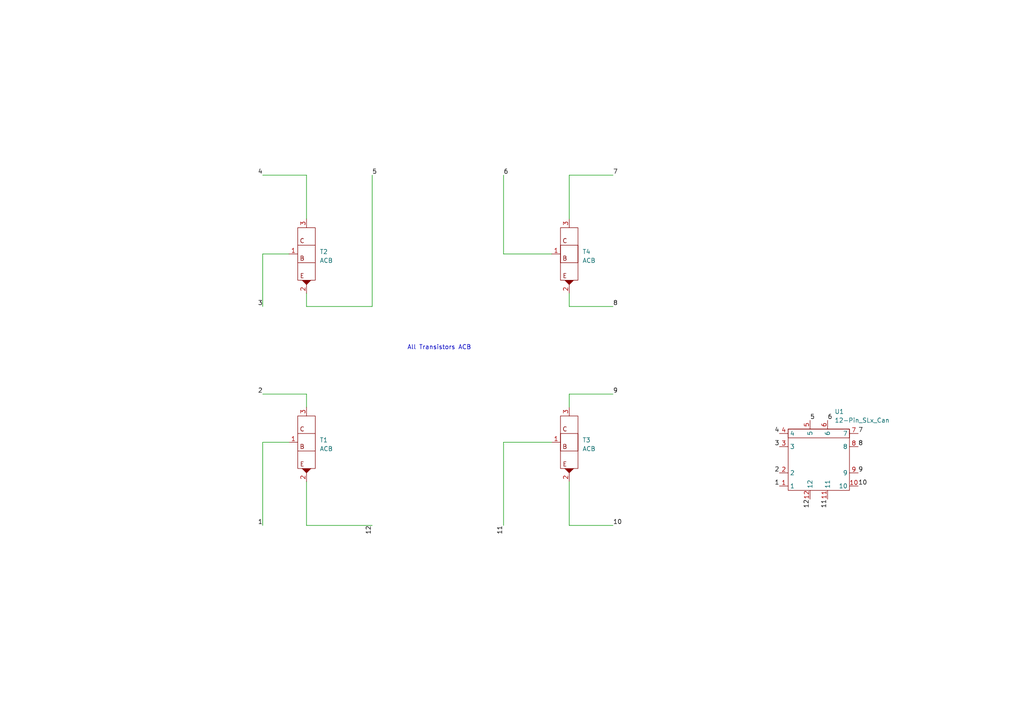
<source format=kicad_sch>
(kicad_sch (version 20211123) (generator eeschema)
  (paper "A4")
  (lib_symbols
    (symbol "IBM_SLT-SLD:12-Pin_SLx_Can"
      (property "Reference" "U" (at 0 -2.54 0))
      (property "Value" "12-Pin_SLx_Can" (at 0 0 0))
      (symbol "12-Pin_SLx_Can_0_1"
        (rectangle (start -8.89 8.89) (end 8.89 -8.89))
        (rectangle (start -8.89 8.89) (end 8.89 6.35))
      )
      (symbol "12-Pin_SLx_Can_1_1"
        (pin passive line (at -11.43 -7.62 0) (length 2.54) (name "1") (number "1"))
        (pin passive line (at 11.43 -7.62 180) (length 2.54) (name "10") (number "10"))
        (pin passive line (at 2.54 -11.43 90) (length 2.54) (name "11") (number "11"))
        (pin passive line (at -2.54 -11.43 90) (length 2.54) (name "12") (number "12"))
        (pin passive line (at -11.43 -3.81 0) (length 2.54) (name "2") (number "2"))
        (pin passive line (at -11.43 3.81 0) (length 2.54) (name "3") (number "3"))
        (pin passive line (at -11.43 7.62 0) (length 2.54) (name "4") (number "4"))
        (pin passive line (at -2.54 11.43 270) (length 2.54) (name "5") (number "5"))
        (pin passive line (at 2.54 11.43 270) (length 2.54) (name "6") (number "6"))
        (pin passive line (at 11.43 7.62 180) (length 2.54) (name "7") (number "7"))
        (pin passive line (at 11.43 3.81 180) (length 2.54) (name "8") (number "8"))
        (pin passive line (at 11.43 -3.81 180) (length 2.54) (name "9") (number "9"))
      )
    )
    (symbol "IBM_SLT-SLD:IBM_Transistor"
      (property "Reference" "T" (at 0 5.08 0))
      (property "Value" "IBM_Transistor" (at 7.62 8.89 0))
      (symbol "IBM_Transistor_0_0"
        (text "B" (at -1.27 -1.27 0) (effects (font (size 1.27 1.27))))
        (text "C" (at -1.27 3.81 0) (effects (font (size 1.27 1.27))))
        (text "E" (at -1.27 -6.35 0) (effects (font (size 1.27 1.27))))
      )
      (symbol "IBM_Transistor_0_1"
        (rectangle (start -2.54 2.54) (end 2.54 -2.54))
        (rectangle (start -2.54 7.62) (end 2.54 -7.62))
        (polyline (pts (xy -1.27 -7.62) (xy 0 -8.89) (xy 1.27 -7.62)) (fill (type outline)))
      )
      (symbol "IBM_Transistor_1_1"
        (pin passive line (at -5.08 0 0) (length 2.54) (name "B") (number "1"))
        (pin passive line (at 0 -11.43 90) (length 2.54) (name "E") (number "2"))
        (pin passive line (at 0 10.16 270) (length 2.54) (name "C") (number "3"))
      )
    )
  )
  (wire (pts (xy 76.2 114.3) (xy 88.9 114.3)))
  (wire (pts (xy 165.1 63.5) (xy 165.1 50.8)))
  (wire (pts (xy 165.1 50.8) (xy 177.8 50.8)))
  (wire (pts (xy 88.9 114.3) (xy 88.9 118.11)))
  (wire (pts (xy 165.1 88.9) (xy 177.8 88.9)))
  (wire (pts (xy 165.1 118.11) (xy 165.1 114.3)))
  (wire (pts (xy 88.9 88.9) (xy 107.95 88.9)))
  (wire (pts (xy 83.82 73.66) (xy 76.2 73.66)))
  (wire (pts (xy 160.02 128.27) (xy 146.05 128.27)))
  (wire (pts (xy 146.05 128.27) (xy 146.05 152.4)))
  (wire (pts (xy 165.1 114.3) (xy 177.8 114.3)))
  (wire (pts (xy 76.2 152.4) (xy 76.2 128.27)))
  (wire (pts (xy 107.95 88.9) (xy 107.95 50.8)))
  (wire (pts (xy 88.9 85.09) (xy 88.9 88.9)))
  (wire (pts (xy 88.9 152.4) (xy 107.95 152.4)))
  (wire (pts (xy 165.1 152.4) (xy 177.8 152.4)))
  (wire (pts (xy 76.2 73.66) (xy 76.2 88.9)))
  (wire (pts (xy 88.9 50.8) (xy 76.2 50.8)))
  (wire (pts (xy 160.02 73.66) (xy 146.05 73.66)))
  (wire (pts (xy 76.2 128.27) (xy 83.82 128.27)))
  (wire (pts (xy 88.9 63.5) (xy 88.9 50.8)))
  (wire (pts (xy 165.1 85.09) (xy 165.1 88.9)))
  (wire (pts (xy 88.9 139.7) (xy 88.9 152.4)))
  (wire (pts (xy 165.1 139.7) (xy 165.1 152.4)))
  (wire (pts (xy 146.05 73.66) (xy 146.05 50.8)))
  (text "All Transistors ACB" (at 118.11 101.6 0) (effects (font (size 1.27 1.27)) (justify left bottom)))
  (label "9" (at 248.92 137.16 0))
  (label "12" (at 107.95 152.4 270))
  (label "7" (at 248.92 125.73 0))
  (label "3" (at 76.2 88.9 180))
  (label "4" (at 76.2 50.8 180))
  (label "5" (at 107.95 50.8 0))
  (label "2" (at 76.2 114.3 180))
  (label "5" (at 234.95 121.92 0))
  (label "11" (at 240.03 144.78 270))
  (label "6" (at 146.05 50.8 0))
  (label "1" (at 76.2 152.4 180))
  (label "8" (at 177.8 88.9 0))
  (label "4" (at 226.06 125.73 180))
  (label "10" (at 248.92 140.97 0))
  (label "3" (at 226.06 129.54 180))
  (label "11" (at 146.05 152.4 270))
  (label "8" (at 248.92 129.54 0))
  (label "1" (at 226.06 140.97 180))
  (label "10" (at 177.8 152.4 0))
  (label "12" (at 234.95 144.78 270))
  (label "7" (at 177.8 50.8 0))
  (label "2" (at 226.06 137.16 180))
  (label "6" (at 240.03 121.92 0))
  (label "9" (at 177.8 114.3 0))
  (symbol (lib_id "IBM_SLT-SLD:IBM_Transistor") (at 88.9 128.27 0) (unit 1)
    (property "Reference" "T1" (at 92.71 127.6349 0) (effects (justify left)))
    (property "Value" "ACB" (at 92.71 130.1749 0) (effects (justify left)))
  )
  (symbol (lib_id "IBM_SLT-SLD:IBM_Transistor") (at 165.1 128.27 0) (unit 1)
    (property "Reference" "T3" (at 168.91 127.6349 0) (effects (justify left)))
    (property "Value" "ACB" (at 168.91 130.1749 0) (effects (justify left)))
  )
  (symbol (lib_id "IBM_SLT-SLD:12-Pin_SLx_Can") (at 237.49 133.35 0) (unit 1)
    (property "Reference" "U1" (at 242.0494 119.38 0) (effects (justify left)))
    (property "Value" "12-Pin_SLx_Can" (at 242.0494 121.92 0) (effects (justify left)))
    (property "Footprint" "IBM_SLT-SLD:12-Pin_SLx_Can" (effects hide))
  )
  (symbol (lib_id "IBM_SLT-SLD:IBM_Transistor") (at 88.9 73.66 0) (unit 1)
    (property "Reference" "T2" (at 92.71 73.0249 0) (effects (justify left)))
    (property "Value" "ACB" (at 92.71 75.5649 0) (effects (justify left)))
  )
  (symbol (lib_id "IBM_SLT-SLD:IBM_Transistor") (at 165.1 73.66 0) (unit 1)
    (property "Reference" "T4" (at 168.91 73.0249 0) (effects (justify left)))
    (property "Value" "ACB" (at 168.91 75.5649 0) (effects (justify left)))
  )
)
</source>
